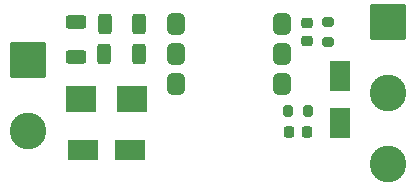
<source format=gts>
%TF.GenerationSoftware,KiCad,Pcbnew,6.0.2-378541a8eb~116~ubuntu20.04.1*%
%TF.CreationDate,2022-02-17T13:36:36-05:00*%
%TF.ProjectId,TachAdapter,54616368-4164-4617-9074-65722e6b6963,rev?*%
%TF.SameCoordinates,Original*%
%TF.FileFunction,Soldermask,Top*%
%TF.FilePolarity,Negative*%
%FSLAX46Y46*%
G04 Gerber Fmt 4.6, Leading zero omitted, Abs format (unit mm)*
G04 Created by KiCad (PCBNEW 6.0.2-378541a8eb~116~ubuntu20.04.1) date 2022-02-17 13:36:36*
%MOMM*%
%LPD*%
G01*
G04 APERTURE LIST*
G04 Aperture macros list*
%AMRoundRect*
0 Rectangle with rounded corners*
0 $1 Rounding radius*
0 $2 $3 $4 $5 $6 $7 $8 $9 X,Y pos of 4 corners*
0 Add a 4 corners polygon primitive as box body*
4,1,4,$2,$3,$4,$5,$6,$7,$8,$9,$2,$3,0*
0 Add four circle primitives for the rounded corners*
1,1,$1+$1,$2,$3*
1,1,$1+$1,$4,$5*
1,1,$1+$1,$6,$7*
1,1,$1+$1,$8,$9*
0 Add four rect primitives between the rounded corners*
20,1,$1+$1,$2,$3,$4,$5,0*
20,1,$1+$1,$4,$5,$6,$7,0*
20,1,$1+$1,$6,$7,$8,$9,0*
20,1,$1+$1,$8,$9,$2,$3,0*%
G04 Aperture macros list end*
%ADD10RoundRect,0.249999X-1.300001X1.300001X-1.300001X-1.300001X1.300001X-1.300001X1.300001X1.300001X0*%
%ADD11C,3.100000*%
%ADD12RoundRect,0.381250X-0.381250X-0.508750X0.381250X-0.508750X0.381250X0.508750X-0.381250X0.508750X0*%
%ADD13R,2.500000X2.300000*%
%ADD14RoundRect,0.225000X0.225000X0.250000X-0.225000X0.250000X-0.225000X-0.250000X0.225000X-0.250000X0*%
%ADD15RoundRect,0.250000X-0.312500X-0.625000X0.312500X-0.625000X0.312500X0.625000X-0.312500X0.625000X0*%
%ADD16RoundRect,0.200000X-0.200000X-0.275000X0.200000X-0.275000X0.200000X0.275000X-0.200000X0.275000X0*%
%ADD17RoundRect,0.200000X-0.275000X0.200000X-0.275000X-0.200000X0.275000X-0.200000X0.275000X0.200000X0*%
%ADD18R,1.800000X2.500000*%
%ADD19RoundRect,0.250000X0.625000X-0.312500X0.625000X0.312500X-0.625000X0.312500X-0.625000X-0.312500X0*%
%ADD20R,2.500000X1.800000*%
%ADD21RoundRect,0.225000X-0.250000X0.225000X-0.250000X-0.225000X0.250000X-0.225000X0.250000X0.225000X0*%
G04 APERTURE END LIST*
D10*
%TO.C,J2*%
X168402000Y-101442000D03*
D11*
X168402000Y-107442000D03*
X168402000Y-113442000D03*
%TD*%
%TO.C,J1*%
X137922000Y-110648000D03*
D10*
X137922000Y-104648000D03*
%TD*%
D12*
%TO.C,U1*%
X150432500Y-101600000D03*
X150432500Y-104140000D03*
X150432500Y-106680000D03*
X159447500Y-106680000D03*
X159447500Y-104140000D03*
X159447500Y-101600000D03*
%TD*%
D13*
%TO.C,D2*%
X146676000Y-107950000D03*
X142376000Y-107950000D03*
%TD*%
D14*
%TO.C,C2*%
X161557000Y-110744000D03*
X160007000Y-110744000D03*
%TD*%
D15*
%TO.C,R2*%
X144395000Y-101600000D03*
X147320000Y-101600000D03*
%TD*%
D16*
%TO.C,R5*%
X161607000Y-108966000D03*
X159957000Y-108966000D03*
%TD*%
D17*
%TO.C,R4*%
X163322000Y-101410000D03*
X163322000Y-103060000D03*
%TD*%
D18*
%TO.C,D3*%
X164338000Y-109950000D03*
X164338000Y-105950000D03*
%TD*%
D19*
%TO.C,R1*%
X141986000Y-104332500D03*
X141986000Y-101407500D03*
%TD*%
D15*
%TO.C,R3*%
X144333500Y-104140000D03*
X147258500Y-104140000D03*
%TD*%
D20*
%TO.C,D1*%
X146526000Y-112268000D03*
X142526000Y-112268000D03*
%TD*%
D21*
%TO.C,C1*%
X161544000Y-103010000D03*
X161544000Y-101460000D03*
%TD*%
M02*

</source>
